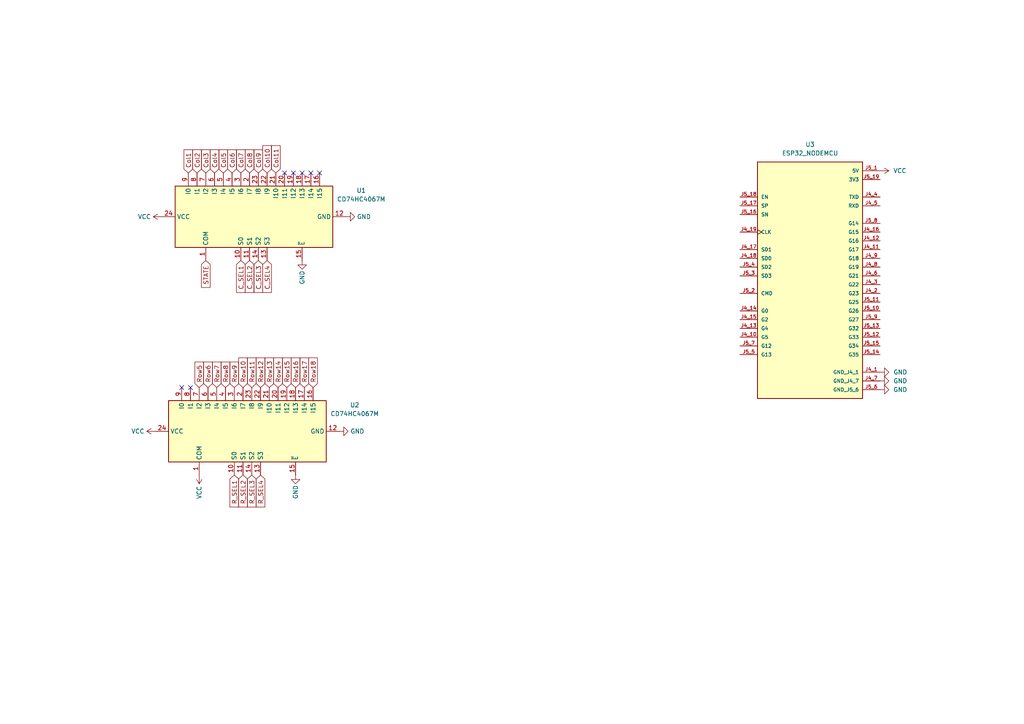
<source format=kicad_sch>
(kicad_sch (version 20211123) (generator eeschema)
  (paper "A4")
  (lib_symbols
    (symbol "74xx:CD74HC4067M"
      (property "Reference" "U" (at -8.89 22.86 0))
      (property "Value" "CD74HC4067M" (at 1.27 22.86 0))
      (symbol "CD74HC4067M_0_1"
        (rectangle (start -8.89 21.59) (end 8.89 -24.13) (stroke (width 0.254)) (fill (type background)))
      )
      (symbol "CD74HC4067M_1_1"
        (pin passive line (at -12.7 12.7 0) (length 3.81) (name "COM") (number "1"))
        (pin input line (at -12.7 2.54 0) (length 3.81) (name "S0") (number "10"))
        (pin input line (at -12.7 0 0) (length 3.81) (name "S1") (number "11"))
        (pin power_in line (at 0 -27.94 90) (length 3.81) (name "GND") (number "12"))
        (pin input line (at -12.7 -5.08 0) (length 3.81) (name "S3") (number "13"))
        (pin input line (at -12.7 -2.54 0) (length 3.81) (name "S2") (number "14"))
        (pin input line (at -12.7 -15.24 0) (length 3.81) (name "~{E}") (number "15"))
        (pin passive line (at 12.7 -20.32 180) (length 3.81) (name "I15") (number "16"))
        (pin passive line (at 12.7 -17.78 180) (length 3.81) (name "I14") (number "17"))
        (pin passive line (at 12.7 -15.24 180) (length 3.81) (name "I13") (number "18"))
        (pin passive line (at 12.7 -12.7 180) (length 3.81) (name "I12") (number "19"))
        (pin passive line (at 12.7 0 180) (length 3.81) (name "I7") (number "2"))
        (pin passive line (at 12.7 -10.16 180) (length 3.81) (name "I11") (number "20"))
        (pin passive line (at 12.7 -7.62 180) (length 3.81) (name "I10") (number "21"))
        (pin passive line (at 12.7 -5.08 180) (length 3.81) (name "I9") (number "22"))
        (pin passive line (at 12.7 -2.54 180) (length 3.81) (name "I8") (number "23"))
        (pin power_in line (at 0 25.4 270) (length 3.81) (name "VCC") (number "24"))
        (pin passive line (at 12.7 2.54 180) (length 3.81) (name "I6") (number "3"))
        (pin passive line (at 12.7 5.08 180) (length 3.81) (name "I5") (number "4"))
        (pin passive line (at 12.7 7.62 180) (length 3.81) (name "I4") (number "5"))
        (pin passive line (at 12.7 10.16 180) (length 3.81) (name "I3") (number "6"))
        (pin passive line (at 12.7 12.7 180) (length 3.81) (name "I2") (number "7"))
        (pin passive line (at 12.7 15.24 180) (length 3.81) (name "I1") (number "8"))
        (pin passive line (at 12.7 17.78 180) (length 3.81) (name "I0") (number "9"))
      )
    )
    (symbol "ESP32_NODEMCU:ESP32_NODEMCU" (pin_names (offset 1.016))
      (property "Reference" "U" (at -15.24 36.322 0))
      (property "Value" "ESP32_NODEMCU" (at -15.24 -35.56 0))
      (symbol "ESP32_NODEMCU_0_0"
        (rectangle (start -15.24 -33.02) (end 15.24 35.56) (stroke (width 0.254)) (fill (type background)))
        (pin power_in line (at 20.32 -25.4 180) (length 5.08) (name "GND_J4_1") (number "J4_1"))
        (pin bidirectional line (at -20.32 -15.24 0) (length 5.08) (name "G5") (number "J4_10"))
        (pin bidirectional line (at 20.32 10.16 180) (length 5.08) (name "G17") (number "J4_11"))
        (pin bidirectional line (at 20.32 12.7 180) (length 5.08) (name "G16") (number "J4_12"))
        (pin bidirectional line (at -20.32 -12.7 0) (length 5.08) (name "G4") (number "J4_13"))
        (pin bidirectional line (at -20.32 -7.62 0) (length 5.08) (name "G0") (number "J4_14"))
        (pin bidirectional line (at -20.32 -10.16 0) (length 5.08) (name "G2") (number "J4_15"))
        (pin bidirectional line (at 20.32 15.24 180) (length 5.08) (name "G15") (number "J4_16"))
        (pin bidirectional line (at -20.32 10.16 0) (length 5.08) (name "SD1") (number "J4_17"))
        (pin bidirectional line (at -20.32 7.62 0) (length 5.08) (name "SD0") (number "J4_18"))
        (pin input clock (at -20.32 15.24 0) (length 5.08) (name "CLK") (number "J4_19"))
        (pin bidirectional line (at 20.32 -2.54 180) (length 5.08) (name "G23") (number "J4_2"))
        (pin bidirectional line (at 20.32 0 180) (length 5.08) (name "G22") (number "J4_3"))
        (pin output line (at 20.32 25.4 180) (length 5.08) (name "TXD") (number "J4_4"))
        (pin input line (at 20.32 22.86 180) (length 5.08) (name "RXD") (number "J4_5"))
        (pin bidirectional line (at 20.32 2.54 180) (length 5.08) (name "G21") (number "J4_6"))
        (pin power_in line (at 20.32 -27.94 180) (length 5.08) (name "GND_J4_7") (number "J4_7"))
        (pin bidirectional line (at 20.32 5.08 180) (length 5.08) (name "G19") (number "J4_8"))
        (pin bidirectional line (at 20.32 7.62 180) (length 5.08) (name "G18") (number "J4_9"))
        (pin power_in line (at 20.32 33.02 180) (length 5.08) (name "5V") (number "J5_1"))
        (pin bidirectional line (at 20.32 -7.62 180) (length 5.08) (name "G26") (number "J5_10"))
        (pin bidirectional line (at 20.32 -5.08 180) (length 5.08) (name "G25") (number "J5_11"))
        (pin bidirectional line (at 20.32 -15.24 180) (length 5.08) (name "G33") (number "J5_12"))
        (pin bidirectional line (at 20.32 -12.7 180) (length 5.08) (name "G32") (number "J5_13"))
        (pin bidirectional line (at 20.32 -20.32 180) (length 5.08) (name "G35") (number "J5_14"))
        (pin bidirectional line (at 20.32 -17.78 180) (length 5.08) (name "G34") (number "J5_15"))
        (pin input line (at -20.32 20.32 0) (length 5.08) (name "SN") (number "J5_16"))
        (pin input line (at -20.32 22.86 0) (length 5.08) (name "SP") (number "J5_17"))
        (pin input line (at -20.32 25.4 0) (length 5.08) (name "EN") (number "J5_18"))
        (pin power_in line (at 20.32 30.48 180) (length 5.08) (name "3V3") (number "J5_19"))
        (pin bidirectional line (at -20.32 -2.54 0) (length 5.08) (name "CMD") (number "J5_2"))
        (pin bidirectional line (at -20.32 2.54 0) (length 5.08) (name "SD3") (number "J5_3"))
        (pin bidirectional line (at -20.32 5.08 0) (length 5.08) (name "SD2") (number "J5_4"))
        (pin bidirectional line (at -20.32 -20.32 0) (length 5.08) (name "G13") (number "J5_5"))
        (pin power_in line (at 20.32 -30.48 180) (length 5.08) (name "GND_J5_6") (number "J5_6"))
        (pin bidirectional line (at -20.32 -17.78 0) (length 5.08) (name "G12") (number "J5_7"))
        (pin bidirectional line (at 20.32 17.78 180) (length 5.08) (name "G14") (number "J5_8"))
        (pin bidirectional line (at 20.32 -10.16 180) (length 5.08) (name "G27") (number "J5_9"))
      )
    )
    (symbol "power:GND" (power) (pin_names (offset 0))
      (property "Value" "GND" (at 0 -3.81 0))
      (symbol "GND_0_1"
        (polyline (pts (xy 0 0) (xy 0 -1.27) (xy 1.27 -1.27) (xy 0 -2.54) (xy -1.27 -1.27) (xy 0 -1.27)))
      )
      (symbol "GND_1_1"
        (pin power_in line (at 0 0 270) (length 0) hide (name "GND") (number "1"))
      )
    )
    (symbol "power:VCC" (power) (pin_names (offset 0))
      (property "Value" "VCC" (at 0 3.81 0))
      (symbol "VCC_0_1"
        (polyline (pts (xy -0.762 1.27) (xy 0 2.54)))
        (polyline (pts (xy 0 0) (xy 0 2.54)))
        (polyline (pts (xy 0 2.54) (xy 0.762 1.27)))
      )
      (symbol "VCC_1_1"
        (pin power_in line (at 0 0 90) (length 0) hide (name "VCC") (number "1"))
      )
    )
  )
  (no_connect (at 90.17 50.165))
  (no_connect (at 82.55 50.165))
  (no_connect (at 85.09 50.165))
  (no_connect (at 87.63 50.165))
  (no_connect (at 52.705 112.395))
  (no_connect (at 55.245 112.395))
  (no_connect (at 92.71 50.165))
  (global_label "Row8" (shape input) (at 65.405 112.395 90) (property "Intersheet References" "${INTERSHEET_REFS}" (effects hide)))
  (global_label "Col5" (shape input) (at 64.77 50.165 90) (property "Intersheet References" "${INTERSHEET_REFS}" (effects hide)))
  (global_label "R_SEL4" (shape input) (at 75.565 137.795 270) (property "Intersheet References" "${INTERSHEET_REFS}" (effects hide)))
  (global_label "Col1" (shape input) (at 54.61 50.165 90) (property "Intersheet References" "${INTERSHEET_REFS}" (effects hide)))
  (global_label "Row15" (shape input) (at 83.185 112.395 90) (property "Intersheet References" "${INTERSHEET_REFS}" (effects hide)))
  (global_label "R_SEL3" (shape input) (at 73.025 137.795 270) (property "Intersheet References" "${INTERSHEET_REFS}" (effects hide)))
  (global_label "Col10" (shape input) (at 77.47 50.165 90) (property "Intersheet References" "${INTERSHEET_REFS}" (effects hide)))
  (global_label "Col6" (shape input) (at 67.31 50.165 90) (property "Intersheet References" "${INTERSHEET_REFS}" (effects hide)))
  (global_label "Row13" (shape input) (at 78.105 112.395 90) (property "Intersheet References" "${INTERSHEET_REFS}" (effects hide)))
  (global_label "STATE" (shape input) (at 59.69 75.565 270) (property "Intersheet References" "${INTERSHEET_REFS}" (effects hide)))
  (global_label "Row10" (shape input) (at 70.485 112.395 90) (property "Intersheet References" "${INTERSHEET_REFS}" (effects hide)))
  (global_label "Row5" (shape input) (at 57.785 112.395 90) (property "Intersheet References" "${INTERSHEET_REFS}" (effects hide)))
  (global_label "Row12" (shape input) (at 75.565 112.395 90) (property "Intersheet References" "${INTERSHEET_REFS}" (effects hide)))
  (global_label "Col11" (shape input) (at 80.01 50.165 90) (property "Intersheet References" "${INTERSHEET_REFS}" (effects hide)))
  (global_label "Row6" (shape input) (at 60.325 112.395 90) (property "Intersheet References" "${INTERSHEET_REFS}" (effects hide)))
  (global_label "C_SEL1" (shape input) (at 69.85 75.565 270) (property "Intersheet References" "${INTERSHEET_REFS}" (effects hide)))
  (global_label "Row18" (shape input) (at 90.805 112.395 90) (property "Intersheet References" "${INTERSHEET_REFS}" (effects hide)))
  (global_label "Col2" (shape input) (at 57.15 50.165 90) (property "Intersheet References" "${INTERSHEET_REFS}" (effects hide)))
  (global_label "C_SEL3" (shape input) (at 74.93 75.565 270) (property "Intersheet References" "${INTERSHEET_REFS}" (effects hide)))
  (global_label "Row11" (shape input) (at 73.025 112.395 90) (property "Intersheet References" "${INTERSHEET_REFS}" (effects hide)))
  (global_label "Col4" (shape input) (at 62.23 50.165 90) (property "Intersheet References" "${INTERSHEET_REFS}" (effects hide)))
  (global_label "R_SEL2" (shape input) (at 70.485 137.795 270) (property "Intersheet References" "${INTERSHEET_REFS}" (effects hide)))
  (global_label "Row7" (shape input) (at 62.865 112.395 90) (property "Intersheet References" "${INTERSHEET_REFS}" (effects hide)))
  (global_label "R_SEL1" (shape input) (at 67.945 137.795 270) (property "Intersheet References" "${INTERSHEET_REFS}" (effects hide)))
  (global_label "Row16" (shape input) (at 85.725 112.395 90) (property "Intersheet References" "${INTERSHEET_REFS}" (effects hide)))
  (global_label "C_SEL2" (shape input) (at 72.39 75.565 270) (property "Intersheet References" "${INTERSHEET_REFS}" (effects hide)))
  (global_label "Col8" (shape input) (at 72.39 50.165 90) (property "Intersheet References" "${INTERSHEET_REFS}" (effects hide)))
  (global_label "Row17" (shape input) (at 88.265 112.395 90) (property "Intersheet References" "${INTERSHEET_REFS}" (effects hide)))
  (global_label "Col7" (shape input) (at 69.85 50.165 90) (property "Intersheet References" "${INTERSHEET_REFS}" (effects hide)))
  (global_label "C_SEL4" (shape input) (at 77.47 75.565 270) (property "Intersheet References" "${INTERSHEET_REFS}" (effects hide)))
  (global_label "Col9" (shape input) (at 74.93 50.165 90) (property "Intersheet References" "${INTERSHEET_REFS}" (effects hide)))
  (global_label "Col3" (shape input) (at 59.69 50.165 90) (property "Intersheet References" "${INTERSHEET_REFS}" (effects hide)))
  (global_label "Row14" (shape input) (at 80.645 112.395 90) (property "Intersheet References" "${INTERSHEET_REFS}" (effects hide)))
  (global_label "Row9" (shape input) (at 67.945 112.395 90) (property "Intersheet References" "${INTERSHEET_REFS}" (effects hide)))
  (symbol (lib_id "ESP32_NODEMCU:ESP32_NODEMCU") (at 234.95 82.55 0) (unit 1)
    (property "Reference" "U3" (at 234.95 41.91 0))
    (property "Value" "ESP32_NODEMCU" (at 234.95 44.45 0))
    (property "Footprint" "ESP32_NODEMCU:MODULE_ESP32_NODEMCU" (effects hide))
    (property "STANDARD" "Manufacturer Recommendations" (effects hide))
    (property "MAXIMUM_PACKAGE_HEIGHT" "6.6 mm" (effects hide))
    (property "MANUFACTURER" "Espressif" (effects hide))
  )
  (symbol (lib_id "power:GND") (at 255.27 110.49 90) (unit 1)
    (property "Reference" "#PWR0108" (effects hide))
    (property "Value" "GND" (at 259.08 110.4899 90) (effects (justify right)))
  )
  (symbol (lib_id "power:GND") (at 87.63 75.565 0) (unit 1)
    (property "Reference" "#PWR0107" (effects hide))
    (property "Value" "GND" (at 87.63 82.55 90) (effects (justify left)))
  )
  (symbol (lib_id "power:VCC") (at 255.27 49.53 270) (unit 1)
    (property "Reference" "#PWR01" (effects hide))
    (property "Value" "VCC" (at 259.08 49.5299 90) (effects (justify left)))
  )
  (symbol (lib_id "power:GND") (at 85.725 137.795 0) (unit 1)
    (property "Reference" "#PWR0103" (effects hide))
    (property "Value" "GND" (at 85.725 144.78 90) (effects (justify left)))
  )
  (symbol (lib_id "power:VCC") (at 45.085 125.095 90) (unit 1)
    (property "Reference" "#PWR0105" (effects hide))
    (property "Value" "VCC" (at 41.91 125.0949 90) (effects (justify left)))
  )
  (symbol (lib_id "power:GND") (at 100.33 62.865 90) (unit 1)
    (property "Reference" "#PWR0102" (effects hide))
    (property "Value" "GND" (at 103.505 62.8649 90) (effects (justify right)))
  )
  (symbol (lib_id "74xx:CD74HC4067M") (at 72.39 62.865 90) (unit 1)
    (property "Reference" "U1" (at 104.775 55.245 90))
    (property "Value" "CD74HC4067M" (at 104.775 57.785 90))
    (property "Footprint" "Package_SO:SOIC-24W_7.5x15.4mm_P1.27mm" (effects hide))
    (property "Datasheet" "http://www.ti.com/lit/ds/symlink/cd74hc4067.pdf" (effects hide))
  )
  (symbol (lib_id "74xx:CD74HC4067M") (at 70.485 125.095 90) (unit 1)
    (property "Reference" "U2" (at 102.87 117.475 90))
    (property "Value" "CD74HC4067M" (at 102.87 120.015 90))
    (property "Footprint" "Package_SO:SOIC-24W_7.5x15.4mm_P1.27mm" (effects hide))
    (property "Datasheet" "http://www.ti.com/lit/ds/symlink/cd74hc4067.pdf" (effects hide))
  )
  (symbol (lib_id "power:GND") (at 255.27 107.95 90) (unit 1)
    (property "Reference" "#PWR0109" (effects hide))
    (property "Value" "GND" (at 259.08 107.9499 90) (effects (justify right)))
  )
  (symbol (lib_id "power:VCC") (at 57.785 137.795 180) (unit 1)
    (property "Reference" "#PWR0104" (effects hide))
    (property "Value" "VCC" (at 57.785 144.78 90) (effects (justify right)))
  )
  (symbol (lib_id "power:GND") (at 255.27 113.03 90) (unit 1)
    (property "Reference" "#PWR0110" (effects hide))
    (property "Value" "GND" (at 259.08 113.0299 90) (effects (justify right)))
  )
  (symbol (lib_id "power:GND") (at 98.425 125.095 90) (unit 1)
    (property "Reference" "#PWR0106" (effects hide))
    (property "Value" "GND" (at 101.6 125.0949 90) (effects (justify right)))
  )
  (symbol (lib_id "power:VCC") (at 46.99 62.865 90) (unit 1)
    (property "Reference" "#PWR0101" (effects hide))
    (property "Value" "VCC" (at 43.815 62.8649 90) (effects (justify left)))
  )
  (sheet (at 117.475 -53.975) (size 78.105 45.085) (stroke (width 0.1524))
    (property "Sheet name" "LED_Matrix" (at 117.475 -54.6866 0) (effects (justify left bottom)))
    (property "Sheet file" "LED_Matrix.kicad_sch" (at 117.475 -8.3054 0) (effects (justify left top)))
  )
  (sheet (at -2.54 -55.88) (size 85.09 46.355) (stroke (width 0.1524))
    (property "Sheet name" "Button_Matrix" (at -2.54 -56.5916 0) (effects (justify left bottom)))
    (property "Sheet file" "Button_Matrix.kicad_sch" (at -2.54 -8.9404 0) (effects (justify left top)))
  )
)
</source>
